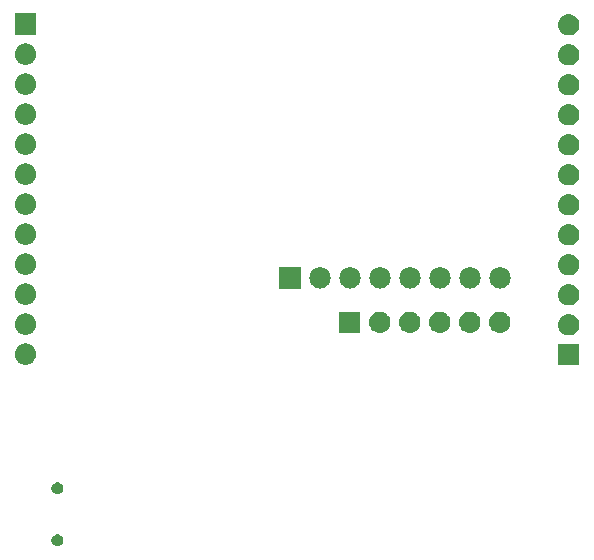
<source format=gbr>
G04 #@! TF.GenerationSoftware,KiCad,Pcbnew,(5.0.1-3-g963ef8bb5)*
G04 #@! TF.CreationDate,2018-11-25T15:30:40-05:00*
G04 #@! TF.ProjectId,fe310-dev,66653331302D6465762E6B696361645F,rev?*
G04 #@! TF.SameCoordinates,Original*
G04 #@! TF.FileFunction,Soldermask,Bot*
G04 #@! TF.FilePolarity,Negative*
%FSLAX46Y46*%
G04 Gerber Fmt 4.6, Leading zero omitted, Abs format (unit mm)*
G04 Created by KiCad (PCBNEW (5.0.1-3-g963ef8bb5)) date Sunday, November 25, 2018 at 03:30:40 PM*
%MOMM*%
%LPD*%
G01*
G04 APERTURE LIST*
%ADD10C,0.100000*%
G04 APERTURE END LIST*
D10*
G36*
X24846136Y-60218253D02*
X24937312Y-60256019D01*
X25019372Y-60310850D01*
X25089150Y-60380628D01*
X25143981Y-60462688D01*
X25181747Y-60553864D01*
X25201000Y-60650656D01*
X25201000Y-60749344D01*
X25181747Y-60846136D01*
X25143981Y-60937312D01*
X25089150Y-61019372D01*
X25019372Y-61089150D01*
X24937312Y-61143981D01*
X24846136Y-61181747D01*
X24749344Y-61201000D01*
X24650656Y-61201000D01*
X24553864Y-61181747D01*
X24462688Y-61143981D01*
X24380628Y-61089150D01*
X24310850Y-61019372D01*
X24256019Y-60937312D01*
X24218253Y-60846136D01*
X24199000Y-60749344D01*
X24199000Y-60650656D01*
X24218253Y-60553864D01*
X24256019Y-60462688D01*
X24310850Y-60380628D01*
X24380628Y-60310850D01*
X24462688Y-60256019D01*
X24553864Y-60218253D01*
X24650656Y-60199000D01*
X24749344Y-60199000D01*
X24846136Y-60218253D01*
X24846136Y-60218253D01*
G37*
G36*
X24846136Y-55818253D02*
X24937312Y-55856019D01*
X25019372Y-55910850D01*
X25089150Y-55980628D01*
X25143981Y-56062688D01*
X25181747Y-56153864D01*
X25201000Y-56250656D01*
X25201000Y-56349344D01*
X25181747Y-56446136D01*
X25143981Y-56537312D01*
X25089150Y-56619372D01*
X25019372Y-56689150D01*
X24937312Y-56743981D01*
X24846136Y-56781747D01*
X24749344Y-56801000D01*
X24650656Y-56801000D01*
X24553864Y-56781747D01*
X24462688Y-56743981D01*
X24380628Y-56689150D01*
X24310850Y-56619372D01*
X24256019Y-56537312D01*
X24218253Y-56446136D01*
X24199000Y-56349344D01*
X24199000Y-56250656D01*
X24218253Y-56153864D01*
X24256019Y-56062688D01*
X24310850Y-55980628D01*
X24380628Y-55910850D01*
X24462688Y-55856019D01*
X24553864Y-55818253D01*
X24650656Y-55799000D01*
X24749344Y-55799000D01*
X24846136Y-55818253D01*
X24846136Y-55818253D01*
G37*
G36*
X68901000Y-45901000D02*
X67099000Y-45901000D01*
X67099000Y-44099000D01*
X68901000Y-44099000D01*
X68901000Y-45901000D01*
X68901000Y-45901000D01*
G37*
G36*
X22110443Y-44045519D02*
X22176627Y-44052037D01*
X22289853Y-44086384D01*
X22346467Y-44103557D01*
X22485087Y-44177652D01*
X22502991Y-44187222D01*
X22538729Y-44216552D01*
X22640186Y-44299814D01*
X22723448Y-44401271D01*
X22752778Y-44437009D01*
X22752779Y-44437011D01*
X22836443Y-44593533D01*
X22836443Y-44593534D01*
X22887963Y-44763373D01*
X22905359Y-44940000D01*
X22887963Y-45116627D01*
X22853616Y-45229853D01*
X22836443Y-45286467D01*
X22762348Y-45425087D01*
X22752778Y-45442991D01*
X22723448Y-45478729D01*
X22640186Y-45580186D01*
X22538729Y-45663448D01*
X22502991Y-45692778D01*
X22502989Y-45692779D01*
X22346467Y-45776443D01*
X22289853Y-45793616D01*
X22176627Y-45827963D01*
X22110442Y-45834482D01*
X22044260Y-45841000D01*
X21955740Y-45841000D01*
X21889558Y-45834482D01*
X21823373Y-45827963D01*
X21710147Y-45793616D01*
X21653533Y-45776443D01*
X21497011Y-45692779D01*
X21497009Y-45692778D01*
X21461271Y-45663448D01*
X21359814Y-45580186D01*
X21276552Y-45478729D01*
X21247222Y-45442991D01*
X21237652Y-45425087D01*
X21163557Y-45286467D01*
X21146384Y-45229853D01*
X21112037Y-45116627D01*
X21094641Y-44940000D01*
X21112037Y-44763373D01*
X21163557Y-44593534D01*
X21163557Y-44593533D01*
X21247221Y-44437011D01*
X21247222Y-44437009D01*
X21276552Y-44401271D01*
X21359814Y-44299814D01*
X21461271Y-44216552D01*
X21497009Y-44187222D01*
X21514913Y-44177652D01*
X21653533Y-44103557D01*
X21710147Y-44086384D01*
X21823373Y-44052037D01*
X21889557Y-44045519D01*
X21955740Y-44039000D01*
X22044260Y-44039000D01*
X22110443Y-44045519D01*
X22110443Y-44045519D01*
G37*
G36*
X68090527Y-41563557D02*
X68176627Y-41572037D01*
X68289853Y-41606384D01*
X68346467Y-41623557D01*
X68390740Y-41647222D01*
X68502991Y-41707222D01*
X68538729Y-41736552D01*
X68640186Y-41819814D01*
X68703537Y-41897009D01*
X68752778Y-41957009D01*
X68752779Y-41957011D01*
X68836443Y-42113533D01*
X68836443Y-42113534D01*
X68887963Y-42283373D01*
X68905359Y-42460000D01*
X68887963Y-42636627D01*
X68854644Y-42746466D01*
X68836443Y-42806467D01*
X68784850Y-42902989D01*
X68752778Y-42962991D01*
X68723448Y-42998729D01*
X68640186Y-43100186D01*
X68538729Y-43183448D01*
X68502991Y-43212778D01*
X68502989Y-43212779D01*
X68346467Y-43296443D01*
X68331444Y-43301000D01*
X68176627Y-43347963D01*
X68110443Y-43354481D01*
X68044260Y-43361000D01*
X67955740Y-43361000D01*
X67889557Y-43354481D01*
X67823373Y-43347963D01*
X67668556Y-43301000D01*
X67653533Y-43296443D01*
X67497011Y-43212779D01*
X67497009Y-43212778D01*
X67461271Y-43183448D01*
X67359814Y-43100186D01*
X67276552Y-42998729D01*
X67247222Y-42962991D01*
X67215150Y-42902989D01*
X67163557Y-42806467D01*
X67145356Y-42746466D01*
X67112037Y-42636627D01*
X67094641Y-42460000D01*
X67112037Y-42283373D01*
X67163557Y-42113534D01*
X67163557Y-42113533D01*
X67247221Y-41957011D01*
X67247222Y-41957009D01*
X67296463Y-41897009D01*
X67359814Y-41819814D01*
X67461271Y-41736552D01*
X67497009Y-41707222D01*
X67609260Y-41647222D01*
X67653533Y-41623557D01*
X67710147Y-41606384D01*
X67823373Y-41572037D01*
X67909473Y-41563557D01*
X67955740Y-41559000D01*
X68044260Y-41559000D01*
X68090527Y-41563557D01*
X68090527Y-41563557D01*
G37*
G36*
X22110443Y-41505519D02*
X22176627Y-41512037D01*
X22289853Y-41546384D01*
X22346467Y-41563557D01*
X22433006Y-41609814D01*
X22502991Y-41647222D01*
X22538729Y-41676552D01*
X22640186Y-41759814D01*
X22723448Y-41861271D01*
X22752778Y-41897009D01*
X22752779Y-41897011D01*
X22836443Y-42053533D01*
X22836443Y-42053534D01*
X22887963Y-42223373D01*
X22905359Y-42400000D01*
X22887963Y-42576627D01*
X22869763Y-42636625D01*
X22836443Y-42746467D01*
X22804372Y-42806466D01*
X22752778Y-42902991D01*
X22723448Y-42938729D01*
X22640186Y-43040186D01*
X22538729Y-43123448D01*
X22502991Y-43152778D01*
X22502989Y-43152779D01*
X22346467Y-43236443D01*
X22289853Y-43253616D01*
X22176627Y-43287963D01*
X22110443Y-43294481D01*
X22044260Y-43301000D01*
X21955740Y-43301000D01*
X21889557Y-43294481D01*
X21823373Y-43287963D01*
X21710147Y-43253616D01*
X21653533Y-43236443D01*
X21497011Y-43152779D01*
X21497009Y-43152778D01*
X21461271Y-43123448D01*
X21359814Y-43040186D01*
X21276552Y-42938729D01*
X21247222Y-42902991D01*
X21195628Y-42806466D01*
X21163557Y-42746467D01*
X21130237Y-42636625D01*
X21112037Y-42576627D01*
X21094641Y-42400000D01*
X21112037Y-42223373D01*
X21163557Y-42053534D01*
X21163557Y-42053533D01*
X21247221Y-41897011D01*
X21247222Y-41897009D01*
X21276552Y-41861271D01*
X21359814Y-41759814D01*
X21461271Y-41676552D01*
X21497009Y-41647222D01*
X21566994Y-41609814D01*
X21653533Y-41563557D01*
X21710147Y-41546384D01*
X21823373Y-41512037D01*
X21889557Y-41505519D01*
X21955740Y-41499000D01*
X22044260Y-41499000D01*
X22110443Y-41505519D01*
X22110443Y-41505519D01*
G37*
G36*
X62260442Y-41355518D02*
X62326627Y-41362037D01*
X62439853Y-41396384D01*
X62496467Y-41413557D01*
X62635087Y-41487652D01*
X62652991Y-41497222D01*
X62655157Y-41499000D01*
X62790186Y-41609814D01*
X62870125Y-41707221D01*
X62902778Y-41747009D01*
X62902779Y-41747011D01*
X62986443Y-41903533D01*
X62986443Y-41903534D01*
X63037963Y-42073373D01*
X63055359Y-42250000D01*
X63037963Y-42426627D01*
X63027839Y-42460000D01*
X62986443Y-42596467D01*
X62912348Y-42735087D01*
X62902778Y-42752991D01*
X62873448Y-42788729D01*
X62790186Y-42890186D01*
X62688729Y-42973448D01*
X62652991Y-43002778D01*
X62652989Y-43002779D01*
X62496467Y-43086443D01*
X62439853Y-43103616D01*
X62326627Y-43137963D01*
X62260442Y-43144482D01*
X62194260Y-43151000D01*
X62105740Y-43151000D01*
X62039558Y-43144482D01*
X61973373Y-43137963D01*
X61860147Y-43103616D01*
X61803533Y-43086443D01*
X61647011Y-43002779D01*
X61647009Y-43002778D01*
X61611271Y-42973448D01*
X61509814Y-42890186D01*
X61426552Y-42788729D01*
X61397222Y-42752991D01*
X61387652Y-42735087D01*
X61313557Y-42596467D01*
X61272161Y-42460000D01*
X61262037Y-42426627D01*
X61244641Y-42250000D01*
X61262037Y-42073373D01*
X61313557Y-41903534D01*
X61313557Y-41903533D01*
X61397221Y-41747011D01*
X61397222Y-41747009D01*
X61429875Y-41707221D01*
X61509814Y-41609814D01*
X61644843Y-41499000D01*
X61647009Y-41497222D01*
X61664913Y-41487652D01*
X61803533Y-41413557D01*
X61860147Y-41396384D01*
X61973373Y-41362037D01*
X62039558Y-41355518D01*
X62105740Y-41349000D01*
X62194260Y-41349000D01*
X62260442Y-41355518D01*
X62260442Y-41355518D01*
G37*
G36*
X52100442Y-41355518D02*
X52166627Y-41362037D01*
X52279853Y-41396384D01*
X52336467Y-41413557D01*
X52475087Y-41487652D01*
X52492991Y-41497222D01*
X52495157Y-41499000D01*
X52630186Y-41609814D01*
X52710125Y-41707221D01*
X52742778Y-41747009D01*
X52742779Y-41747011D01*
X52826443Y-41903533D01*
X52826443Y-41903534D01*
X52877963Y-42073373D01*
X52895359Y-42250000D01*
X52877963Y-42426627D01*
X52867839Y-42460000D01*
X52826443Y-42596467D01*
X52752348Y-42735087D01*
X52742778Y-42752991D01*
X52713448Y-42788729D01*
X52630186Y-42890186D01*
X52528729Y-42973448D01*
X52492991Y-43002778D01*
X52492989Y-43002779D01*
X52336467Y-43086443D01*
X52279853Y-43103616D01*
X52166627Y-43137963D01*
X52100442Y-43144482D01*
X52034260Y-43151000D01*
X51945740Y-43151000D01*
X51879558Y-43144482D01*
X51813373Y-43137963D01*
X51700147Y-43103616D01*
X51643533Y-43086443D01*
X51487011Y-43002779D01*
X51487009Y-43002778D01*
X51451271Y-42973448D01*
X51349814Y-42890186D01*
X51266552Y-42788729D01*
X51237222Y-42752991D01*
X51227652Y-42735087D01*
X51153557Y-42596467D01*
X51112161Y-42460000D01*
X51102037Y-42426627D01*
X51084641Y-42250000D01*
X51102037Y-42073373D01*
X51153557Y-41903534D01*
X51153557Y-41903533D01*
X51237221Y-41747011D01*
X51237222Y-41747009D01*
X51269875Y-41707221D01*
X51349814Y-41609814D01*
X51484843Y-41499000D01*
X51487009Y-41497222D01*
X51504913Y-41487652D01*
X51643533Y-41413557D01*
X51700147Y-41396384D01*
X51813373Y-41362037D01*
X51879558Y-41355518D01*
X51945740Y-41349000D01*
X52034260Y-41349000D01*
X52100442Y-41355518D01*
X52100442Y-41355518D01*
G37*
G36*
X59720442Y-41355518D02*
X59786627Y-41362037D01*
X59899853Y-41396384D01*
X59956467Y-41413557D01*
X60095087Y-41487652D01*
X60112991Y-41497222D01*
X60115157Y-41499000D01*
X60250186Y-41609814D01*
X60330125Y-41707221D01*
X60362778Y-41747009D01*
X60362779Y-41747011D01*
X60446443Y-41903533D01*
X60446443Y-41903534D01*
X60497963Y-42073373D01*
X60515359Y-42250000D01*
X60497963Y-42426627D01*
X60487839Y-42460000D01*
X60446443Y-42596467D01*
X60372348Y-42735087D01*
X60362778Y-42752991D01*
X60333448Y-42788729D01*
X60250186Y-42890186D01*
X60148729Y-42973448D01*
X60112991Y-43002778D01*
X60112989Y-43002779D01*
X59956467Y-43086443D01*
X59899853Y-43103616D01*
X59786627Y-43137963D01*
X59720442Y-43144482D01*
X59654260Y-43151000D01*
X59565740Y-43151000D01*
X59499558Y-43144482D01*
X59433373Y-43137963D01*
X59320147Y-43103616D01*
X59263533Y-43086443D01*
X59107011Y-43002779D01*
X59107009Y-43002778D01*
X59071271Y-42973448D01*
X58969814Y-42890186D01*
X58886552Y-42788729D01*
X58857222Y-42752991D01*
X58847652Y-42735087D01*
X58773557Y-42596467D01*
X58732161Y-42460000D01*
X58722037Y-42426627D01*
X58704641Y-42250000D01*
X58722037Y-42073373D01*
X58773557Y-41903534D01*
X58773557Y-41903533D01*
X58857221Y-41747011D01*
X58857222Y-41747009D01*
X58889875Y-41707221D01*
X58969814Y-41609814D01*
X59104843Y-41499000D01*
X59107009Y-41497222D01*
X59124913Y-41487652D01*
X59263533Y-41413557D01*
X59320147Y-41396384D01*
X59433373Y-41362037D01*
X59499558Y-41355518D01*
X59565740Y-41349000D01*
X59654260Y-41349000D01*
X59720442Y-41355518D01*
X59720442Y-41355518D01*
G37*
G36*
X57180442Y-41355518D02*
X57246627Y-41362037D01*
X57359853Y-41396384D01*
X57416467Y-41413557D01*
X57555087Y-41487652D01*
X57572991Y-41497222D01*
X57575157Y-41499000D01*
X57710186Y-41609814D01*
X57790125Y-41707221D01*
X57822778Y-41747009D01*
X57822779Y-41747011D01*
X57906443Y-41903533D01*
X57906443Y-41903534D01*
X57957963Y-42073373D01*
X57975359Y-42250000D01*
X57957963Y-42426627D01*
X57947839Y-42460000D01*
X57906443Y-42596467D01*
X57832348Y-42735087D01*
X57822778Y-42752991D01*
X57793448Y-42788729D01*
X57710186Y-42890186D01*
X57608729Y-42973448D01*
X57572991Y-43002778D01*
X57572989Y-43002779D01*
X57416467Y-43086443D01*
X57359853Y-43103616D01*
X57246627Y-43137963D01*
X57180442Y-43144482D01*
X57114260Y-43151000D01*
X57025740Y-43151000D01*
X56959558Y-43144482D01*
X56893373Y-43137963D01*
X56780147Y-43103616D01*
X56723533Y-43086443D01*
X56567011Y-43002779D01*
X56567009Y-43002778D01*
X56531271Y-42973448D01*
X56429814Y-42890186D01*
X56346552Y-42788729D01*
X56317222Y-42752991D01*
X56307652Y-42735087D01*
X56233557Y-42596467D01*
X56192161Y-42460000D01*
X56182037Y-42426627D01*
X56164641Y-42250000D01*
X56182037Y-42073373D01*
X56233557Y-41903534D01*
X56233557Y-41903533D01*
X56317221Y-41747011D01*
X56317222Y-41747009D01*
X56349875Y-41707221D01*
X56429814Y-41609814D01*
X56564843Y-41499000D01*
X56567009Y-41497222D01*
X56584913Y-41487652D01*
X56723533Y-41413557D01*
X56780147Y-41396384D01*
X56893373Y-41362037D01*
X56959558Y-41355518D01*
X57025740Y-41349000D01*
X57114260Y-41349000D01*
X57180442Y-41355518D01*
X57180442Y-41355518D01*
G37*
G36*
X54640442Y-41355518D02*
X54706627Y-41362037D01*
X54819853Y-41396384D01*
X54876467Y-41413557D01*
X55015087Y-41487652D01*
X55032991Y-41497222D01*
X55035157Y-41499000D01*
X55170186Y-41609814D01*
X55250125Y-41707221D01*
X55282778Y-41747009D01*
X55282779Y-41747011D01*
X55366443Y-41903533D01*
X55366443Y-41903534D01*
X55417963Y-42073373D01*
X55435359Y-42250000D01*
X55417963Y-42426627D01*
X55407839Y-42460000D01*
X55366443Y-42596467D01*
X55292348Y-42735087D01*
X55282778Y-42752991D01*
X55253448Y-42788729D01*
X55170186Y-42890186D01*
X55068729Y-42973448D01*
X55032991Y-43002778D01*
X55032989Y-43002779D01*
X54876467Y-43086443D01*
X54819853Y-43103616D01*
X54706627Y-43137963D01*
X54640442Y-43144482D01*
X54574260Y-43151000D01*
X54485740Y-43151000D01*
X54419558Y-43144482D01*
X54353373Y-43137963D01*
X54240147Y-43103616D01*
X54183533Y-43086443D01*
X54027011Y-43002779D01*
X54027009Y-43002778D01*
X53991271Y-42973448D01*
X53889814Y-42890186D01*
X53806552Y-42788729D01*
X53777222Y-42752991D01*
X53767652Y-42735087D01*
X53693557Y-42596467D01*
X53652161Y-42460000D01*
X53642037Y-42426627D01*
X53624641Y-42250000D01*
X53642037Y-42073373D01*
X53693557Y-41903534D01*
X53693557Y-41903533D01*
X53777221Y-41747011D01*
X53777222Y-41747009D01*
X53809875Y-41707221D01*
X53889814Y-41609814D01*
X54024843Y-41499000D01*
X54027009Y-41497222D01*
X54044913Y-41487652D01*
X54183533Y-41413557D01*
X54240147Y-41396384D01*
X54353373Y-41362037D01*
X54419558Y-41355518D01*
X54485740Y-41349000D01*
X54574260Y-41349000D01*
X54640442Y-41355518D01*
X54640442Y-41355518D01*
G37*
G36*
X50351000Y-43151000D02*
X48549000Y-43151000D01*
X48549000Y-41349000D01*
X50351000Y-41349000D01*
X50351000Y-43151000D01*
X50351000Y-43151000D01*
G37*
G36*
X68090527Y-39023557D02*
X68176627Y-39032037D01*
X68289853Y-39066384D01*
X68346467Y-39083557D01*
X68390740Y-39107222D01*
X68502991Y-39167222D01*
X68538729Y-39196552D01*
X68640186Y-39279814D01*
X68703537Y-39357009D01*
X68752778Y-39417009D01*
X68752779Y-39417011D01*
X68836443Y-39573533D01*
X68836443Y-39573534D01*
X68887963Y-39743373D01*
X68905359Y-39920000D01*
X68887963Y-40096627D01*
X68854644Y-40206466D01*
X68836443Y-40266467D01*
X68784850Y-40362989D01*
X68752778Y-40422991D01*
X68723448Y-40458729D01*
X68640186Y-40560186D01*
X68538729Y-40643448D01*
X68502991Y-40672778D01*
X68502989Y-40672779D01*
X68346467Y-40756443D01*
X68331444Y-40761000D01*
X68176627Y-40807963D01*
X68110443Y-40814481D01*
X68044260Y-40821000D01*
X67955740Y-40821000D01*
X67889557Y-40814481D01*
X67823373Y-40807963D01*
X67668556Y-40761000D01*
X67653533Y-40756443D01*
X67497011Y-40672779D01*
X67497009Y-40672778D01*
X67461271Y-40643448D01*
X67359814Y-40560186D01*
X67276552Y-40458729D01*
X67247222Y-40422991D01*
X67215150Y-40362989D01*
X67163557Y-40266467D01*
X67145356Y-40206466D01*
X67112037Y-40096627D01*
X67094641Y-39920000D01*
X67112037Y-39743373D01*
X67163557Y-39573534D01*
X67163557Y-39573533D01*
X67247221Y-39417011D01*
X67247222Y-39417009D01*
X67296463Y-39357009D01*
X67359814Y-39279814D01*
X67461271Y-39196552D01*
X67497009Y-39167222D01*
X67609260Y-39107222D01*
X67653533Y-39083557D01*
X67710147Y-39066384D01*
X67823373Y-39032037D01*
X67909473Y-39023557D01*
X67955740Y-39019000D01*
X68044260Y-39019000D01*
X68090527Y-39023557D01*
X68090527Y-39023557D01*
G37*
G36*
X22110443Y-38965519D02*
X22176627Y-38972037D01*
X22278662Y-39002989D01*
X22346467Y-39023557D01*
X22458717Y-39083557D01*
X22502991Y-39107222D01*
X22538729Y-39136552D01*
X22640186Y-39219814D01*
X22723448Y-39321271D01*
X22752778Y-39357009D01*
X22752779Y-39357011D01*
X22836443Y-39513533D01*
X22836443Y-39513534D01*
X22887963Y-39683373D01*
X22905359Y-39860000D01*
X22887963Y-40036627D01*
X22869763Y-40096625D01*
X22836443Y-40206467D01*
X22804372Y-40266466D01*
X22752778Y-40362991D01*
X22723448Y-40398729D01*
X22640186Y-40500186D01*
X22538729Y-40583448D01*
X22502991Y-40612778D01*
X22502989Y-40612779D01*
X22346467Y-40696443D01*
X22289853Y-40713616D01*
X22176627Y-40747963D01*
X22110443Y-40754481D01*
X22044260Y-40761000D01*
X21955740Y-40761000D01*
X21889557Y-40754481D01*
X21823373Y-40747963D01*
X21710147Y-40713616D01*
X21653533Y-40696443D01*
X21497011Y-40612779D01*
X21497009Y-40612778D01*
X21461271Y-40583448D01*
X21359814Y-40500186D01*
X21276552Y-40398729D01*
X21247222Y-40362991D01*
X21195628Y-40266466D01*
X21163557Y-40206467D01*
X21130237Y-40096625D01*
X21112037Y-40036627D01*
X21094641Y-39860000D01*
X21112037Y-39683373D01*
X21163557Y-39513534D01*
X21163557Y-39513533D01*
X21247221Y-39357011D01*
X21247222Y-39357009D01*
X21276552Y-39321271D01*
X21359814Y-39219814D01*
X21461271Y-39136552D01*
X21497009Y-39107222D01*
X21541283Y-39083557D01*
X21653533Y-39023557D01*
X21721338Y-39002989D01*
X21823373Y-38972037D01*
X21889557Y-38965519D01*
X21955740Y-38959000D01*
X22044260Y-38959000D01*
X22110443Y-38965519D01*
X22110443Y-38965519D01*
G37*
G36*
X45301000Y-39401000D02*
X43499000Y-39401000D01*
X43499000Y-37599000D01*
X45301000Y-37599000D01*
X45301000Y-39401000D01*
X45301000Y-39401000D01*
G37*
G36*
X47050443Y-37605519D02*
X47116627Y-37612037D01*
X47229853Y-37646384D01*
X47286467Y-37663557D01*
X47425087Y-37737652D01*
X47442991Y-37747222D01*
X47478729Y-37776552D01*
X47580186Y-37859814D01*
X47662557Y-37960185D01*
X47692778Y-37997009D01*
X47692779Y-37997011D01*
X47776443Y-38153533D01*
X47792954Y-38207963D01*
X47827963Y-38323373D01*
X47845359Y-38500000D01*
X47827963Y-38676627D01*
X47793616Y-38789853D01*
X47776443Y-38846467D01*
X47716292Y-38959000D01*
X47692778Y-39002991D01*
X47675900Y-39023557D01*
X47580186Y-39140186D01*
X47483156Y-39219815D01*
X47442991Y-39252778D01*
X47442989Y-39252779D01*
X47286467Y-39336443D01*
X47229853Y-39353616D01*
X47116627Y-39387963D01*
X47050443Y-39394481D01*
X46984260Y-39401000D01*
X46895740Y-39401000D01*
X46829557Y-39394481D01*
X46763373Y-39387963D01*
X46650147Y-39353616D01*
X46593533Y-39336443D01*
X46437011Y-39252779D01*
X46437009Y-39252778D01*
X46396844Y-39219815D01*
X46299814Y-39140186D01*
X46204100Y-39023557D01*
X46187222Y-39002991D01*
X46163708Y-38959000D01*
X46103557Y-38846467D01*
X46086384Y-38789853D01*
X46052037Y-38676627D01*
X46034641Y-38500000D01*
X46052037Y-38323373D01*
X46087046Y-38207963D01*
X46103557Y-38153533D01*
X46187221Y-37997011D01*
X46187222Y-37997009D01*
X46217443Y-37960185D01*
X46299814Y-37859814D01*
X46401271Y-37776552D01*
X46437009Y-37747222D01*
X46454913Y-37737652D01*
X46593533Y-37663557D01*
X46650147Y-37646384D01*
X46763373Y-37612037D01*
X46829557Y-37605519D01*
X46895740Y-37599000D01*
X46984260Y-37599000D01*
X47050443Y-37605519D01*
X47050443Y-37605519D01*
G37*
G36*
X49590443Y-37605519D02*
X49656627Y-37612037D01*
X49769853Y-37646384D01*
X49826467Y-37663557D01*
X49965087Y-37737652D01*
X49982991Y-37747222D01*
X50018729Y-37776552D01*
X50120186Y-37859814D01*
X50202557Y-37960185D01*
X50232778Y-37997009D01*
X50232779Y-37997011D01*
X50316443Y-38153533D01*
X50332954Y-38207963D01*
X50367963Y-38323373D01*
X50385359Y-38500000D01*
X50367963Y-38676627D01*
X50333616Y-38789853D01*
X50316443Y-38846467D01*
X50256292Y-38959000D01*
X50232778Y-39002991D01*
X50215900Y-39023557D01*
X50120186Y-39140186D01*
X50023156Y-39219815D01*
X49982991Y-39252778D01*
X49982989Y-39252779D01*
X49826467Y-39336443D01*
X49769853Y-39353616D01*
X49656627Y-39387963D01*
X49590443Y-39394481D01*
X49524260Y-39401000D01*
X49435740Y-39401000D01*
X49369557Y-39394481D01*
X49303373Y-39387963D01*
X49190147Y-39353616D01*
X49133533Y-39336443D01*
X48977011Y-39252779D01*
X48977009Y-39252778D01*
X48936844Y-39219815D01*
X48839814Y-39140186D01*
X48744100Y-39023557D01*
X48727222Y-39002991D01*
X48703708Y-38959000D01*
X48643557Y-38846467D01*
X48626384Y-38789853D01*
X48592037Y-38676627D01*
X48574641Y-38500000D01*
X48592037Y-38323373D01*
X48627046Y-38207963D01*
X48643557Y-38153533D01*
X48727221Y-37997011D01*
X48727222Y-37997009D01*
X48757443Y-37960185D01*
X48839814Y-37859814D01*
X48941271Y-37776552D01*
X48977009Y-37747222D01*
X48994913Y-37737652D01*
X49133533Y-37663557D01*
X49190147Y-37646384D01*
X49303373Y-37612037D01*
X49369557Y-37605519D01*
X49435740Y-37599000D01*
X49524260Y-37599000D01*
X49590443Y-37605519D01*
X49590443Y-37605519D01*
G37*
G36*
X52130443Y-37605519D02*
X52196627Y-37612037D01*
X52309853Y-37646384D01*
X52366467Y-37663557D01*
X52505087Y-37737652D01*
X52522991Y-37747222D01*
X52558729Y-37776552D01*
X52660186Y-37859814D01*
X52742557Y-37960185D01*
X52772778Y-37997009D01*
X52772779Y-37997011D01*
X52856443Y-38153533D01*
X52872954Y-38207963D01*
X52907963Y-38323373D01*
X52925359Y-38500000D01*
X52907963Y-38676627D01*
X52873616Y-38789853D01*
X52856443Y-38846467D01*
X52796292Y-38959000D01*
X52772778Y-39002991D01*
X52755900Y-39023557D01*
X52660186Y-39140186D01*
X52563156Y-39219815D01*
X52522991Y-39252778D01*
X52522989Y-39252779D01*
X52366467Y-39336443D01*
X52309853Y-39353616D01*
X52196627Y-39387963D01*
X52130443Y-39394481D01*
X52064260Y-39401000D01*
X51975740Y-39401000D01*
X51909557Y-39394481D01*
X51843373Y-39387963D01*
X51730147Y-39353616D01*
X51673533Y-39336443D01*
X51517011Y-39252779D01*
X51517009Y-39252778D01*
X51476844Y-39219815D01*
X51379814Y-39140186D01*
X51284100Y-39023557D01*
X51267222Y-39002991D01*
X51243708Y-38959000D01*
X51183557Y-38846467D01*
X51166384Y-38789853D01*
X51132037Y-38676627D01*
X51114641Y-38500000D01*
X51132037Y-38323373D01*
X51167046Y-38207963D01*
X51183557Y-38153533D01*
X51267221Y-37997011D01*
X51267222Y-37997009D01*
X51297443Y-37960185D01*
X51379814Y-37859814D01*
X51481271Y-37776552D01*
X51517009Y-37747222D01*
X51534913Y-37737652D01*
X51673533Y-37663557D01*
X51730147Y-37646384D01*
X51843373Y-37612037D01*
X51909557Y-37605519D01*
X51975740Y-37599000D01*
X52064260Y-37599000D01*
X52130443Y-37605519D01*
X52130443Y-37605519D01*
G37*
G36*
X54670443Y-37605519D02*
X54736627Y-37612037D01*
X54849853Y-37646384D01*
X54906467Y-37663557D01*
X55045087Y-37737652D01*
X55062991Y-37747222D01*
X55098729Y-37776552D01*
X55200186Y-37859814D01*
X55282557Y-37960185D01*
X55312778Y-37997009D01*
X55312779Y-37997011D01*
X55396443Y-38153533D01*
X55412954Y-38207963D01*
X55447963Y-38323373D01*
X55465359Y-38500000D01*
X55447963Y-38676627D01*
X55413616Y-38789853D01*
X55396443Y-38846467D01*
X55336292Y-38959000D01*
X55312778Y-39002991D01*
X55295900Y-39023557D01*
X55200186Y-39140186D01*
X55103156Y-39219815D01*
X55062991Y-39252778D01*
X55062989Y-39252779D01*
X54906467Y-39336443D01*
X54849853Y-39353616D01*
X54736627Y-39387963D01*
X54670443Y-39394481D01*
X54604260Y-39401000D01*
X54515740Y-39401000D01*
X54449557Y-39394481D01*
X54383373Y-39387963D01*
X54270147Y-39353616D01*
X54213533Y-39336443D01*
X54057011Y-39252779D01*
X54057009Y-39252778D01*
X54016844Y-39219815D01*
X53919814Y-39140186D01*
X53824100Y-39023557D01*
X53807222Y-39002991D01*
X53783708Y-38959000D01*
X53723557Y-38846467D01*
X53706384Y-38789853D01*
X53672037Y-38676627D01*
X53654641Y-38500000D01*
X53672037Y-38323373D01*
X53707046Y-38207963D01*
X53723557Y-38153533D01*
X53807221Y-37997011D01*
X53807222Y-37997009D01*
X53837443Y-37960185D01*
X53919814Y-37859814D01*
X54021271Y-37776552D01*
X54057009Y-37747222D01*
X54074913Y-37737652D01*
X54213533Y-37663557D01*
X54270147Y-37646384D01*
X54383373Y-37612037D01*
X54449557Y-37605519D01*
X54515740Y-37599000D01*
X54604260Y-37599000D01*
X54670443Y-37605519D01*
X54670443Y-37605519D01*
G37*
G36*
X57210443Y-37605519D02*
X57276627Y-37612037D01*
X57389853Y-37646384D01*
X57446467Y-37663557D01*
X57585087Y-37737652D01*
X57602991Y-37747222D01*
X57638729Y-37776552D01*
X57740186Y-37859814D01*
X57822557Y-37960185D01*
X57852778Y-37997009D01*
X57852779Y-37997011D01*
X57936443Y-38153533D01*
X57952954Y-38207963D01*
X57987963Y-38323373D01*
X58005359Y-38500000D01*
X57987963Y-38676627D01*
X57953616Y-38789853D01*
X57936443Y-38846467D01*
X57876292Y-38959000D01*
X57852778Y-39002991D01*
X57835900Y-39023557D01*
X57740186Y-39140186D01*
X57643156Y-39219815D01*
X57602991Y-39252778D01*
X57602989Y-39252779D01*
X57446467Y-39336443D01*
X57389853Y-39353616D01*
X57276627Y-39387963D01*
X57210443Y-39394481D01*
X57144260Y-39401000D01*
X57055740Y-39401000D01*
X56989557Y-39394481D01*
X56923373Y-39387963D01*
X56810147Y-39353616D01*
X56753533Y-39336443D01*
X56597011Y-39252779D01*
X56597009Y-39252778D01*
X56556844Y-39219815D01*
X56459814Y-39140186D01*
X56364100Y-39023557D01*
X56347222Y-39002991D01*
X56323708Y-38959000D01*
X56263557Y-38846467D01*
X56246384Y-38789853D01*
X56212037Y-38676627D01*
X56194641Y-38500000D01*
X56212037Y-38323373D01*
X56247046Y-38207963D01*
X56263557Y-38153533D01*
X56347221Y-37997011D01*
X56347222Y-37997009D01*
X56377443Y-37960185D01*
X56459814Y-37859814D01*
X56561271Y-37776552D01*
X56597009Y-37747222D01*
X56614913Y-37737652D01*
X56753533Y-37663557D01*
X56810147Y-37646384D01*
X56923373Y-37612037D01*
X56989557Y-37605519D01*
X57055740Y-37599000D01*
X57144260Y-37599000D01*
X57210443Y-37605519D01*
X57210443Y-37605519D01*
G37*
G36*
X59750443Y-37605519D02*
X59816627Y-37612037D01*
X59929853Y-37646384D01*
X59986467Y-37663557D01*
X60125087Y-37737652D01*
X60142991Y-37747222D01*
X60178729Y-37776552D01*
X60280186Y-37859814D01*
X60362557Y-37960185D01*
X60392778Y-37997009D01*
X60392779Y-37997011D01*
X60476443Y-38153533D01*
X60492954Y-38207963D01*
X60527963Y-38323373D01*
X60545359Y-38500000D01*
X60527963Y-38676627D01*
X60493616Y-38789853D01*
X60476443Y-38846467D01*
X60416292Y-38959000D01*
X60392778Y-39002991D01*
X60375900Y-39023557D01*
X60280186Y-39140186D01*
X60183156Y-39219815D01*
X60142991Y-39252778D01*
X60142989Y-39252779D01*
X59986467Y-39336443D01*
X59929853Y-39353616D01*
X59816627Y-39387963D01*
X59750443Y-39394481D01*
X59684260Y-39401000D01*
X59595740Y-39401000D01*
X59529557Y-39394481D01*
X59463373Y-39387963D01*
X59350147Y-39353616D01*
X59293533Y-39336443D01*
X59137011Y-39252779D01*
X59137009Y-39252778D01*
X59096844Y-39219815D01*
X58999814Y-39140186D01*
X58904100Y-39023557D01*
X58887222Y-39002991D01*
X58863708Y-38959000D01*
X58803557Y-38846467D01*
X58786384Y-38789853D01*
X58752037Y-38676627D01*
X58734641Y-38500000D01*
X58752037Y-38323373D01*
X58787046Y-38207963D01*
X58803557Y-38153533D01*
X58887221Y-37997011D01*
X58887222Y-37997009D01*
X58917443Y-37960185D01*
X58999814Y-37859814D01*
X59101271Y-37776552D01*
X59137009Y-37747222D01*
X59154913Y-37737652D01*
X59293533Y-37663557D01*
X59350147Y-37646384D01*
X59463373Y-37612037D01*
X59529557Y-37605519D01*
X59595740Y-37599000D01*
X59684260Y-37599000D01*
X59750443Y-37605519D01*
X59750443Y-37605519D01*
G37*
G36*
X62290443Y-37605519D02*
X62356627Y-37612037D01*
X62469853Y-37646384D01*
X62526467Y-37663557D01*
X62665087Y-37737652D01*
X62682991Y-37747222D01*
X62718729Y-37776552D01*
X62820186Y-37859814D01*
X62902557Y-37960185D01*
X62932778Y-37997009D01*
X62932779Y-37997011D01*
X63016443Y-38153533D01*
X63032954Y-38207963D01*
X63067963Y-38323373D01*
X63085359Y-38500000D01*
X63067963Y-38676627D01*
X63033616Y-38789853D01*
X63016443Y-38846467D01*
X62956292Y-38959000D01*
X62932778Y-39002991D01*
X62915900Y-39023557D01*
X62820186Y-39140186D01*
X62723156Y-39219815D01*
X62682991Y-39252778D01*
X62682989Y-39252779D01*
X62526467Y-39336443D01*
X62469853Y-39353616D01*
X62356627Y-39387963D01*
X62290443Y-39394481D01*
X62224260Y-39401000D01*
X62135740Y-39401000D01*
X62069557Y-39394481D01*
X62003373Y-39387963D01*
X61890147Y-39353616D01*
X61833533Y-39336443D01*
X61677011Y-39252779D01*
X61677009Y-39252778D01*
X61636844Y-39219815D01*
X61539814Y-39140186D01*
X61444100Y-39023557D01*
X61427222Y-39002991D01*
X61403708Y-38959000D01*
X61343557Y-38846467D01*
X61326384Y-38789853D01*
X61292037Y-38676627D01*
X61274641Y-38500000D01*
X61292037Y-38323373D01*
X61327046Y-38207963D01*
X61343557Y-38153533D01*
X61427221Y-37997011D01*
X61427222Y-37997009D01*
X61457443Y-37960185D01*
X61539814Y-37859814D01*
X61641271Y-37776552D01*
X61677009Y-37747222D01*
X61694913Y-37737652D01*
X61833533Y-37663557D01*
X61890147Y-37646384D01*
X62003373Y-37612037D01*
X62069557Y-37605519D01*
X62135740Y-37599000D01*
X62224260Y-37599000D01*
X62290443Y-37605519D01*
X62290443Y-37605519D01*
G37*
G36*
X68090527Y-36483557D02*
X68176627Y-36492037D01*
X68289853Y-36526384D01*
X68346467Y-36543557D01*
X68390740Y-36567222D01*
X68502991Y-36627222D01*
X68538729Y-36656552D01*
X68640186Y-36739814D01*
X68703537Y-36817009D01*
X68752778Y-36877009D01*
X68752779Y-36877011D01*
X68836443Y-37033533D01*
X68836443Y-37033534D01*
X68887963Y-37203373D01*
X68905359Y-37380000D01*
X68887963Y-37556627D01*
X68855526Y-37663557D01*
X68836443Y-37726467D01*
X68825349Y-37747222D01*
X68752778Y-37882991D01*
X68723448Y-37918729D01*
X68640186Y-38020186D01*
X68538729Y-38103448D01*
X68502991Y-38132778D01*
X68502989Y-38132779D01*
X68346467Y-38216443D01*
X68331444Y-38221000D01*
X68176627Y-38267963D01*
X68110443Y-38274481D01*
X68044260Y-38281000D01*
X67955740Y-38281000D01*
X67889557Y-38274481D01*
X67823373Y-38267963D01*
X67668556Y-38221000D01*
X67653533Y-38216443D01*
X67497011Y-38132779D01*
X67497009Y-38132778D01*
X67461271Y-38103448D01*
X67359814Y-38020186D01*
X67276552Y-37918729D01*
X67247222Y-37882991D01*
X67174651Y-37747222D01*
X67163557Y-37726467D01*
X67144474Y-37663557D01*
X67112037Y-37556627D01*
X67094641Y-37380000D01*
X67112037Y-37203373D01*
X67163557Y-37033534D01*
X67163557Y-37033533D01*
X67247221Y-36877011D01*
X67247222Y-36877009D01*
X67296463Y-36817009D01*
X67359814Y-36739814D01*
X67461271Y-36656552D01*
X67497009Y-36627222D01*
X67609260Y-36567222D01*
X67653533Y-36543557D01*
X67710147Y-36526384D01*
X67823373Y-36492037D01*
X67909473Y-36483557D01*
X67955740Y-36479000D01*
X68044260Y-36479000D01*
X68090527Y-36483557D01*
X68090527Y-36483557D01*
G37*
G36*
X22110443Y-36425519D02*
X22176627Y-36432037D01*
X22289853Y-36466384D01*
X22346467Y-36483557D01*
X22458717Y-36543557D01*
X22502991Y-36567222D01*
X22538729Y-36596552D01*
X22640186Y-36679814D01*
X22723448Y-36781271D01*
X22752778Y-36817009D01*
X22752779Y-36817011D01*
X22836443Y-36973533D01*
X22836443Y-36973534D01*
X22887963Y-37143373D01*
X22905359Y-37320000D01*
X22887963Y-37496627D01*
X22853616Y-37609853D01*
X22836443Y-37666467D01*
X22804372Y-37726466D01*
X22752778Y-37822991D01*
X22723448Y-37858729D01*
X22640186Y-37960186D01*
X22538729Y-38043448D01*
X22502991Y-38072778D01*
X22502989Y-38072779D01*
X22346467Y-38156443D01*
X22289853Y-38173616D01*
X22176627Y-38207963D01*
X22110443Y-38214481D01*
X22044260Y-38221000D01*
X21955740Y-38221000D01*
X21889557Y-38214481D01*
X21823373Y-38207963D01*
X21710147Y-38173616D01*
X21653533Y-38156443D01*
X21497011Y-38072779D01*
X21497009Y-38072778D01*
X21461271Y-38043448D01*
X21359814Y-37960186D01*
X21276552Y-37858729D01*
X21247222Y-37822991D01*
X21195628Y-37726466D01*
X21163557Y-37666467D01*
X21146384Y-37609853D01*
X21112037Y-37496627D01*
X21094641Y-37320000D01*
X21112037Y-37143373D01*
X21163557Y-36973534D01*
X21163557Y-36973533D01*
X21247221Y-36817011D01*
X21247222Y-36817009D01*
X21276552Y-36781271D01*
X21359814Y-36679814D01*
X21461271Y-36596552D01*
X21497009Y-36567222D01*
X21541283Y-36543557D01*
X21653533Y-36483557D01*
X21710147Y-36466384D01*
X21823373Y-36432037D01*
X21889557Y-36425519D01*
X21955740Y-36419000D01*
X22044260Y-36419000D01*
X22110443Y-36425519D01*
X22110443Y-36425519D01*
G37*
G36*
X68090527Y-33943557D02*
X68176627Y-33952037D01*
X68289853Y-33986384D01*
X68346467Y-34003557D01*
X68390740Y-34027222D01*
X68502991Y-34087222D01*
X68538729Y-34116552D01*
X68640186Y-34199814D01*
X68703537Y-34277009D01*
X68752778Y-34337009D01*
X68752779Y-34337011D01*
X68836443Y-34493533D01*
X68836443Y-34493534D01*
X68887963Y-34663373D01*
X68905359Y-34840000D01*
X68887963Y-35016627D01*
X68854644Y-35126466D01*
X68836443Y-35186467D01*
X68784850Y-35282989D01*
X68752778Y-35342991D01*
X68723448Y-35378729D01*
X68640186Y-35480186D01*
X68538729Y-35563448D01*
X68502991Y-35592778D01*
X68502989Y-35592779D01*
X68346467Y-35676443D01*
X68331444Y-35681000D01*
X68176627Y-35727963D01*
X68110443Y-35734481D01*
X68044260Y-35741000D01*
X67955740Y-35741000D01*
X67889557Y-35734481D01*
X67823373Y-35727963D01*
X67668556Y-35681000D01*
X67653533Y-35676443D01*
X67497011Y-35592779D01*
X67497009Y-35592778D01*
X67461271Y-35563448D01*
X67359814Y-35480186D01*
X67276552Y-35378729D01*
X67247222Y-35342991D01*
X67215150Y-35282989D01*
X67163557Y-35186467D01*
X67145356Y-35126466D01*
X67112037Y-35016627D01*
X67094641Y-34840000D01*
X67112037Y-34663373D01*
X67163557Y-34493534D01*
X67163557Y-34493533D01*
X67247221Y-34337011D01*
X67247222Y-34337009D01*
X67296463Y-34277009D01*
X67359814Y-34199814D01*
X67461271Y-34116552D01*
X67497009Y-34087222D01*
X67609260Y-34027222D01*
X67653533Y-34003557D01*
X67710147Y-33986384D01*
X67823373Y-33952037D01*
X67909473Y-33943557D01*
X67955740Y-33939000D01*
X68044260Y-33939000D01*
X68090527Y-33943557D01*
X68090527Y-33943557D01*
G37*
G36*
X22110442Y-33885518D02*
X22176627Y-33892037D01*
X22289853Y-33926384D01*
X22346467Y-33943557D01*
X22458717Y-34003557D01*
X22502991Y-34027222D01*
X22538729Y-34056552D01*
X22640186Y-34139814D01*
X22723448Y-34241271D01*
X22752778Y-34277009D01*
X22752779Y-34277011D01*
X22836443Y-34433533D01*
X22836443Y-34433534D01*
X22887963Y-34603373D01*
X22905359Y-34780000D01*
X22887963Y-34956627D01*
X22869763Y-35016625D01*
X22836443Y-35126467D01*
X22804372Y-35186466D01*
X22752778Y-35282991D01*
X22723448Y-35318729D01*
X22640186Y-35420186D01*
X22538729Y-35503448D01*
X22502991Y-35532778D01*
X22502989Y-35532779D01*
X22346467Y-35616443D01*
X22289853Y-35633616D01*
X22176627Y-35667963D01*
X22110443Y-35674481D01*
X22044260Y-35681000D01*
X21955740Y-35681000D01*
X21889557Y-35674481D01*
X21823373Y-35667963D01*
X21710147Y-35633616D01*
X21653533Y-35616443D01*
X21497011Y-35532779D01*
X21497009Y-35532778D01*
X21461271Y-35503448D01*
X21359814Y-35420186D01*
X21276552Y-35318729D01*
X21247222Y-35282991D01*
X21195628Y-35186466D01*
X21163557Y-35126467D01*
X21130237Y-35016625D01*
X21112037Y-34956627D01*
X21094641Y-34780000D01*
X21112037Y-34603373D01*
X21163557Y-34433534D01*
X21163557Y-34433533D01*
X21247221Y-34277011D01*
X21247222Y-34277009D01*
X21276552Y-34241271D01*
X21359814Y-34139814D01*
X21461271Y-34056552D01*
X21497009Y-34027222D01*
X21541283Y-34003557D01*
X21653533Y-33943557D01*
X21710147Y-33926384D01*
X21823373Y-33892037D01*
X21889558Y-33885518D01*
X21955740Y-33879000D01*
X22044260Y-33879000D01*
X22110442Y-33885518D01*
X22110442Y-33885518D01*
G37*
G36*
X68090527Y-31403557D02*
X68176627Y-31412037D01*
X68289853Y-31446384D01*
X68346467Y-31463557D01*
X68390740Y-31487222D01*
X68502991Y-31547222D01*
X68538729Y-31576552D01*
X68640186Y-31659814D01*
X68703537Y-31737009D01*
X68752778Y-31797009D01*
X68752779Y-31797011D01*
X68836443Y-31953533D01*
X68836443Y-31953534D01*
X68887963Y-32123373D01*
X68905359Y-32300000D01*
X68887963Y-32476627D01*
X68854644Y-32586466D01*
X68836443Y-32646467D01*
X68784850Y-32742989D01*
X68752778Y-32802991D01*
X68723448Y-32838729D01*
X68640186Y-32940186D01*
X68538729Y-33023448D01*
X68502991Y-33052778D01*
X68502989Y-33052779D01*
X68346467Y-33136443D01*
X68331444Y-33141000D01*
X68176627Y-33187963D01*
X68110443Y-33194481D01*
X68044260Y-33201000D01*
X67955740Y-33201000D01*
X67889557Y-33194481D01*
X67823373Y-33187963D01*
X67668556Y-33141000D01*
X67653533Y-33136443D01*
X67497011Y-33052779D01*
X67497009Y-33052778D01*
X67461271Y-33023448D01*
X67359814Y-32940186D01*
X67276552Y-32838729D01*
X67247222Y-32802991D01*
X67215150Y-32742989D01*
X67163557Y-32646467D01*
X67145356Y-32586466D01*
X67112037Y-32476627D01*
X67094641Y-32300000D01*
X67112037Y-32123373D01*
X67163557Y-31953534D01*
X67163557Y-31953533D01*
X67247221Y-31797011D01*
X67247222Y-31797009D01*
X67296463Y-31737009D01*
X67359814Y-31659814D01*
X67461271Y-31576552D01*
X67497009Y-31547222D01*
X67609260Y-31487222D01*
X67653533Y-31463557D01*
X67710147Y-31446384D01*
X67823373Y-31412037D01*
X67909473Y-31403557D01*
X67955740Y-31399000D01*
X68044260Y-31399000D01*
X68090527Y-31403557D01*
X68090527Y-31403557D01*
G37*
G36*
X22110443Y-31345519D02*
X22176627Y-31352037D01*
X22289853Y-31386384D01*
X22346467Y-31403557D01*
X22458717Y-31463557D01*
X22502991Y-31487222D01*
X22538729Y-31516552D01*
X22640186Y-31599814D01*
X22723448Y-31701271D01*
X22752778Y-31737009D01*
X22752779Y-31737011D01*
X22836443Y-31893533D01*
X22836443Y-31893534D01*
X22887963Y-32063373D01*
X22905359Y-32240000D01*
X22887963Y-32416627D01*
X22869763Y-32476625D01*
X22836443Y-32586467D01*
X22804372Y-32646466D01*
X22752778Y-32742991D01*
X22723448Y-32778729D01*
X22640186Y-32880186D01*
X22538729Y-32963448D01*
X22502991Y-32992778D01*
X22502989Y-32992779D01*
X22346467Y-33076443D01*
X22289853Y-33093616D01*
X22176627Y-33127963D01*
X22110443Y-33134481D01*
X22044260Y-33141000D01*
X21955740Y-33141000D01*
X21889557Y-33134481D01*
X21823373Y-33127963D01*
X21710147Y-33093616D01*
X21653533Y-33076443D01*
X21497011Y-32992779D01*
X21497009Y-32992778D01*
X21461271Y-32963448D01*
X21359814Y-32880186D01*
X21276552Y-32778729D01*
X21247222Y-32742991D01*
X21195628Y-32646466D01*
X21163557Y-32586467D01*
X21130237Y-32476625D01*
X21112037Y-32416627D01*
X21094641Y-32240000D01*
X21112037Y-32063373D01*
X21163557Y-31893534D01*
X21163557Y-31893533D01*
X21247221Y-31737011D01*
X21247222Y-31737009D01*
X21276552Y-31701271D01*
X21359814Y-31599814D01*
X21461271Y-31516552D01*
X21497009Y-31487222D01*
X21541283Y-31463557D01*
X21653533Y-31403557D01*
X21710147Y-31386384D01*
X21823373Y-31352037D01*
X21889557Y-31345519D01*
X21955740Y-31339000D01*
X22044260Y-31339000D01*
X22110443Y-31345519D01*
X22110443Y-31345519D01*
G37*
G36*
X68090527Y-28863557D02*
X68176627Y-28872037D01*
X68289853Y-28906384D01*
X68346467Y-28923557D01*
X68390740Y-28947222D01*
X68502991Y-29007222D01*
X68538729Y-29036552D01*
X68640186Y-29119814D01*
X68703537Y-29197009D01*
X68752778Y-29257009D01*
X68752779Y-29257011D01*
X68836443Y-29413533D01*
X68836443Y-29413534D01*
X68887963Y-29583373D01*
X68905359Y-29760000D01*
X68887963Y-29936627D01*
X68854644Y-30046466D01*
X68836443Y-30106467D01*
X68784850Y-30202989D01*
X68752778Y-30262991D01*
X68723448Y-30298729D01*
X68640186Y-30400186D01*
X68538729Y-30483448D01*
X68502991Y-30512778D01*
X68502989Y-30512779D01*
X68346467Y-30596443D01*
X68331444Y-30601000D01*
X68176627Y-30647963D01*
X68110442Y-30654482D01*
X68044260Y-30661000D01*
X67955740Y-30661000D01*
X67889558Y-30654482D01*
X67823373Y-30647963D01*
X67668556Y-30601000D01*
X67653533Y-30596443D01*
X67497011Y-30512779D01*
X67497009Y-30512778D01*
X67461271Y-30483448D01*
X67359814Y-30400186D01*
X67276552Y-30298729D01*
X67247222Y-30262991D01*
X67215150Y-30202989D01*
X67163557Y-30106467D01*
X67145356Y-30046466D01*
X67112037Y-29936627D01*
X67094641Y-29760000D01*
X67112037Y-29583373D01*
X67163557Y-29413534D01*
X67163557Y-29413533D01*
X67247221Y-29257011D01*
X67247222Y-29257009D01*
X67296463Y-29197009D01*
X67359814Y-29119814D01*
X67461271Y-29036552D01*
X67497009Y-29007222D01*
X67609260Y-28947222D01*
X67653533Y-28923557D01*
X67710147Y-28906384D01*
X67823373Y-28872037D01*
X67909473Y-28863557D01*
X67955740Y-28859000D01*
X68044260Y-28859000D01*
X68090527Y-28863557D01*
X68090527Y-28863557D01*
G37*
G36*
X22110442Y-28805518D02*
X22176627Y-28812037D01*
X22289853Y-28846384D01*
X22346467Y-28863557D01*
X22458717Y-28923557D01*
X22502991Y-28947222D01*
X22538729Y-28976552D01*
X22640186Y-29059814D01*
X22723448Y-29161271D01*
X22752778Y-29197009D01*
X22752779Y-29197011D01*
X22836443Y-29353533D01*
X22836443Y-29353534D01*
X22887963Y-29523373D01*
X22905359Y-29700000D01*
X22887963Y-29876627D01*
X22869763Y-29936625D01*
X22836443Y-30046467D01*
X22804372Y-30106466D01*
X22752778Y-30202991D01*
X22723448Y-30238729D01*
X22640186Y-30340186D01*
X22538729Y-30423448D01*
X22502991Y-30452778D01*
X22502989Y-30452779D01*
X22346467Y-30536443D01*
X22289853Y-30553616D01*
X22176627Y-30587963D01*
X22110443Y-30594481D01*
X22044260Y-30601000D01*
X21955740Y-30601000D01*
X21889557Y-30594481D01*
X21823373Y-30587963D01*
X21710147Y-30553616D01*
X21653533Y-30536443D01*
X21497011Y-30452779D01*
X21497009Y-30452778D01*
X21461271Y-30423448D01*
X21359814Y-30340186D01*
X21276552Y-30238729D01*
X21247222Y-30202991D01*
X21195628Y-30106466D01*
X21163557Y-30046467D01*
X21130237Y-29936625D01*
X21112037Y-29876627D01*
X21094641Y-29700000D01*
X21112037Y-29523373D01*
X21163557Y-29353534D01*
X21163557Y-29353533D01*
X21247221Y-29197011D01*
X21247222Y-29197009D01*
X21276552Y-29161271D01*
X21359814Y-29059814D01*
X21461271Y-28976552D01*
X21497009Y-28947222D01*
X21541283Y-28923557D01*
X21653533Y-28863557D01*
X21710147Y-28846384D01*
X21823373Y-28812037D01*
X21889558Y-28805518D01*
X21955740Y-28799000D01*
X22044260Y-28799000D01*
X22110442Y-28805518D01*
X22110442Y-28805518D01*
G37*
G36*
X68090527Y-26323557D02*
X68176627Y-26332037D01*
X68289853Y-26366384D01*
X68346467Y-26383557D01*
X68390740Y-26407222D01*
X68502991Y-26467222D01*
X68538729Y-26496552D01*
X68640186Y-26579814D01*
X68703537Y-26657009D01*
X68752778Y-26717009D01*
X68752779Y-26717011D01*
X68836443Y-26873533D01*
X68836443Y-26873534D01*
X68887963Y-27043373D01*
X68905359Y-27220000D01*
X68887963Y-27396627D01*
X68854644Y-27506466D01*
X68836443Y-27566467D01*
X68784850Y-27662989D01*
X68752778Y-27722991D01*
X68723448Y-27758729D01*
X68640186Y-27860186D01*
X68538729Y-27943448D01*
X68502991Y-27972778D01*
X68502989Y-27972779D01*
X68346467Y-28056443D01*
X68331444Y-28061000D01*
X68176627Y-28107963D01*
X68110443Y-28114481D01*
X68044260Y-28121000D01*
X67955740Y-28121000D01*
X67889557Y-28114481D01*
X67823373Y-28107963D01*
X67668556Y-28061000D01*
X67653533Y-28056443D01*
X67497011Y-27972779D01*
X67497009Y-27972778D01*
X67461271Y-27943448D01*
X67359814Y-27860186D01*
X67276552Y-27758729D01*
X67247222Y-27722991D01*
X67215150Y-27662989D01*
X67163557Y-27566467D01*
X67145356Y-27506466D01*
X67112037Y-27396627D01*
X67094641Y-27220000D01*
X67112037Y-27043373D01*
X67163557Y-26873534D01*
X67163557Y-26873533D01*
X67247221Y-26717011D01*
X67247222Y-26717009D01*
X67296463Y-26657009D01*
X67359814Y-26579814D01*
X67461271Y-26496552D01*
X67497009Y-26467222D01*
X67609260Y-26407222D01*
X67653533Y-26383557D01*
X67710147Y-26366384D01*
X67823373Y-26332037D01*
X67909473Y-26323557D01*
X67955740Y-26319000D01*
X68044260Y-26319000D01*
X68090527Y-26323557D01*
X68090527Y-26323557D01*
G37*
G36*
X22110443Y-26265519D02*
X22176627Y-26272037D01*
X22289853Y-26306384D01*
X22346467Y-26323557D01*
X22458717Y-26383557D01*
X22502991Y-26407222D01*
X22538729Y-26436552D01*
X22640186Y-26519814D01*
X22723448Y-26621271D01*
X22752778Y-26657009D01*
X22752779Y-26657011D01*
X22836443Y-26813533D01*
X22836443Y-26813534D01*
X22887963Y-26983373D01*
X22905359Y-27160000D01*
X22887963Y-27336627D01*
X22869763Y-27396625D01*
X22836443Y-27506467D01*
X22804372Y-27566466D01*
X22752778Y-27662991D01*
X22723448Y-27698729D01*
X22640186Y-27800186D01*
X22538729Y-27883448D01*
X22502991Y-27912778D01*
X22502989Y-27912779D01*
X22346467Y-27996443D01*
X22289853Y-28013616D01*
X22176627Y-28047963D01*
X22110442Y-28054482D01*
X22044260Y-28061000D01*
X21955740Y-28061000D01*
X21889558Y-28054482D01*
X21823373Y-28047963D01*
X21710147Y-28013616D01*
X21653533Y-27996443D01*
X21497011Y-27912779D01*
X21497009Y-27912778D01*
X21461271Y-27883448D01*
X21359814Y-27800186D01*
X21276552Y-27698729D01*
X21247222Y-27662991D01*
X21195628Y-27566466D01*
X21163557Y-27506467D01*
X21130237Y-27396625D01*
X21112037Y-27336627D01*
X21094641Y-27160000D01*
X21112037Y-26983373D01*
X21163557Y-26813534D01*
X21163557Y-26813533D01*
X21247221Y-26657011D01*
X21247222Y-26657009D01*
X21276552Y-26621271D01*
X21359814Y-26519814D01*
X21461271Y-26436552D01*
X21497009Y-26407222D01*
X21541283Y-26383557D01*
X21653533Y-26323557D01*
X21710147Y-26306384D01*
X21823373Y-26272037D01*
X21889557Y-26265519D01*
X21955740Y-26259000D01*
X22044260Y-26259000D01*
X22110443Y-26265519D01*
X22110443Y-26265519D01*
G37*
G36*
X68090527Y-23783557D02*
X68176627Y-23792037D01*
X68289853Y-23826384D01*
X68346467Y-23843557D01*
X68390740Y-23867222D01*
X68502991Y-23927222D01*
X68538729Y-23956552D01*
X68640186Y-24039814D01*
X68703537Y-24117009D01*
X68752778Y-24177009D01*
X68752779Y-24177011D01*
X68836443Y-24333533D01*
X68836443Y-24333534D01*
X68887963Y-24503373D01*
X68905359Y-24680000D01*
X68887963Y-24856627D01*
X68854644Y-24966466D01*
X68836443Y-25026467D01*
X68784850Y-25122989D01*
X68752778Y-25182991D01*
X68723448Y-25218729D01*
X68640186Y-25320186D01*
X68538729Y-25403448D01*
X68502991Y-25432778D01*
X68502989Y-25432779D01*
X68346467Y-25516443D01*
X68331444Y-25521000D01*
X68176627Y-25567963D01*
X68110443Y-25574481D01*
X68044260Y-25581000D01*
X67955740Y-25581000D01*
X67889557Y-25574481D01*
X67823373Y-25567963D01*
X67668556Y-25521000D01*
X67653533Y-25516443D01*
X67497011Y-25432779D01*
X67497009Y-25432778D01*
X67461271Y-25403448D01*
X67359814Y-25320186D01*
X67276552Y-25218729D01*
X67247222Y-25182991D01*
X67215150Y-25122989D01*
X67163557Y-25026467D01*
X67145356Y-24966466D01*
X67112037Y-24856627D01*
X67094641Y-24680000D01*
X67112037Y-24503373D01*
X67163557Y-24333534D01*
X67163557Y-24333533D01*
X67247221Y-24177011D01*
X67247222Y-24177009D01*
X67296463Y-24117009D01*
X67359814Y-24039814D01*
X67461271Y-23956552D01*
X67497009Y-23927222D01*
X67609260Y-23867222D01*
X67653533Y-23843557D01*
X67710147Y-23826384D01*
X67823373Y-23792037D01*
X67909473Y-23783557D01*
X67955740Y-23779000D01*
X68044260Y-23779000D01*
X68090527Y-23783557D01*
X68090527Y-23783557D01*
G37*
G36*
X22110443Y-23725519D02*
X22176627Y-23732037D01*
X22289853Y-23766384D01*
X22346467Y-23783557D01*
X22458717Y-23843557D01*
X22502991Y-23867222D01*
X22538729Y-23896552D01*
X22640186Y-23979814D01*
X22723448Y-24081271D01*
X22752778Y-24117009D01*
X22752779Y-24117011D01*
X22836443Y-24273533D01*
X22836443Y-24273534D01*
X22887963Y-24443373D01*
X22905359Y-24620000D01*
X22887963Y-24796627D01*
X22869763Y-24856625D01*
X22836443Y-24966467D01*
X22804372Y-25026466D01*
X22752778Y-25122991D01*
X22723448Y-25158729D01*
X22640186Y-25260186D01*
X22538729Y-25343448D01*
X22502991Y-25372778D01*
X22502989Y-25372779D01*
X22346467Y-25456443D01*
X22289853Y-25473616D01*
X22176627Y-25507963D01*
X22110442Y-25514482D01*
X22044260Y-25521000D01*
X21955740Y-25521000D01*
X21889557Y-25514481D01*
X21823373Y-25507963D01*
X21710147Y-25473616D01*
X21653533Y-25456443D01*
X21497011Y-25372779D01*
X21497009Y-25372778D01*
X21461271Y-25343448D01*
X21359814Y-25260186D01*
X21276552Y-25158729D01*
X21247222Y-25122991D01*
X21195628Y-25026466D01*
X21163557Y-24966467D01*
X21130237Y-24856625D01*
X21112037Y-24796627D01*
X21094641Y-24620000D01*
X21112037Y-24443373D01*
X21163557Y-24273534D01*
X21163557Y-24273533D01*
X21247221Y-24117011D01*
X21247222Y-24117009D01*
X21276552Y-24081271D01*
X21359814Y-23979814D01*
X21461271Y-23896552D01*
X21497009Y-23867222D01*
X21541283Y-23843557D01*
X21653533Y-23783557D01*
X21710147Y-23766384D01*
X21823373Y-23732037D01*
X21889557Y-23725519D01*
X21955740Y-23719000D01*
X22044260Y-23719000D01*
X22110443Y-23725519D01*
X22110443Y-23725519D01*
G37*
G36*
X68090527Y-21243557D02*
X68176627Y-21252037D01*
X68289853Y-21286384D01*
X68346467Y-21303557D01*
X68390740Y-21327222D01*
X68502991Y-21387222D01*
X68538729Y-21416552D01*
X68640186Y-21499814D01*
X68703537Y-21577009D01*
X68752778Y-21637009D01*
X68752779Y-21637011D01*
X68836443Y-21793533D01*
X68836443Y-21793534D01*
X68887963Y-21963373D01*
X68905359Y-22140000D01*
X68887963Y-22316627D01*
X68854644Y-22426466D01*
X68836443Y-22486467D01*
X68784850Y-22582989D01*
X68752778Y-22642991D01*
X68723448Y-22678729D01*
X68640186Y-22780186D01*
X68538729Y-22863448D01*
X68502991Y-22892778D01*
X68502989Y-22892779D01*
X68346467Y-22976443D01*
X68331444Y-22981000D01*
X68176627Y-23027963D01*
X68110443Y-23034481D01*
X68044260Y-23041000D01*
X67955740Y-23041000D01*
X67889557Y-23034481D01*
X67823373Y-23027963D01*
X67668556Y-22981000D01*
X67653533Y-22976443D01*
X67497011Y-22892779D01*
X67497009Y-22892778D01*
X67461271Y-22863448D01*
X67359814Y-22780186D01*
X67276552Y-22678729D01*
X67247222Y-22642991D01*
X67215150Y-22582989D01*
X67163557Y-22486467D01*
X67145356Y-22426466D01*
X67112037Y-22316627D01*
X67094641Y-22140000D01*
X67112037Y-21963373D01*
X67163557Y-21793534D01*
X67163557Y-21793533D01*
X67247221Y-21637011D01*
X67247222Y-21637009D01*
X67296463Y-21577009D01*
X67359814Y-21499814D01*
X67461271Y-21416552D01*
X67497009Y-21387222D01*
X67609260Y-21327222D01*
X67653533Y-21303557D01*
X67710147Y-21286384D01*
X67823373Y-21252037D01*
X67909473Y-21243557D01*
X67955740Y-21239000D01*
X68044260Y-21239000D01*
X68090527Y-21243557D01*
X68090527Y-21243557D01*
G37*
G36*
X22110442Y-21185518D02*
X22176627Y-21192037D01*
X22289853Y-21226384D01*
X22346467Y-21243557D01*
X22458717Y-21303557D01*
X22502991Y-21327222D01*
X22538729Y-21356552D01*
X22640186Y-21439814D01*
X22723448Y-21541271D01*
X22752778Y-21577009D01*
X22752779Y-21577011D01*
X22836443Y-21733533D01*
X22836443Y-21733534D01*
X22887963Y-21903373D01*
X22905359Y-22080000D01*
X22887963Y-22256627D01*
X22869763Y-22316625D01*
X22836443Y-22426467D01*
X22804372Y-22486466D01*
X22752778Y-22582991D01*
X22723448Y-22618729D01*
X22640186Y-22720186D01*
X22538729Y-22803448D01*
X22502991Y-22832778D01*
X22502989Y-22832779D01*
X22346467Y-22916443D01*
X22289853Y-22933616D01*
X22176627Y-22967963D01*
X22110443Y-22974481D01*
X22044260Y-22981000D01*
X21955740Y-22981000D01*
X21889557Y-22974481D01*
X21823373Y-22967963D01*
X21710147Y-22933616D01*
X21653533Y-22916443D01*
X21497011Y-22832779D01*
X21497009Y-22832778D01*
X21461271Y-22803448D01*
X21359814Y-22720186D01*
X21276552Y-22618729D01*
X21247222Y-22582991D01*
X21195628Y-22486466D01*
X21163557Y-22426467D01*
X21130237Y-22316625D01*
X21112037Y-22256627D01*
X21094641Y-22080000D01*
X21112037Y-21903373D01*
X21163557Y-21733534D01*
X21163557Y-21733533D01*
X21247221Y-21577011D01*
X21247222Y-21577009D01*
X21276552Y-21541271D01*
X21359814Y-21439814D01*
X21461271Y-21356552D01*
X21497009Y-21327222D01*
X21541283Y-21303557D01*
X21653533Y-21243557D01*
X21710147Y-21226384D01*
X21823373Y-21192037D01*
X21889558Y-21185518D01*
X21955740Y-21179000D01*
X22044260Y-21179000D01*
X22110442Y-21185518D01*
X22110442Y-21185518D01*
G37*
G36*
X68090527Y-18703557D02*
X68176627Y-18712037D01*
X68289853Y-18746384D01*
X68346467Y-18763557D01*
X68390740Y-18787222D01*
X68502991Y-18847222D01*
X68538729Y-18876552D01*
X68640186Y-18959814D01*
X68703537Y-19037009D01*
X68752778Y-19097009D01*
X68752779Y-19097011D01*
X68836443Y-19253533D01*
X68836443Y-19253534D01*
X68887963Y-19423373D01*
X68905359Y-19600000D01*
X68887963Y-19776627D01*
X68854644Y-19886466D01*
X68836443Y-19946467D01*
X68784850Y-20042989D01*
X68752778Y-20102991D01*
X68723448Y-20138729D01*
X68640186Y-20240186D01*
X68538729Y-20323448D01*
X68502991Y-20352778D01*
X68502989Y-20352779D01*
X68346467Y-20436443D01*
X68331444Y-20441000D01*
X68176627Y-20487963D01*
X68110442Y-20494482D01*
X68044260Y-20501000D01*
X67955740Y-20501000D01*
X67889558Y-20494482D01*
X67823373Y-20487963D01*
X67668556Y-20441000D01*
X67653533Y-20436443D01*
X67497011Y-20352779D01*
X67497009Y-20352778D01*
X67461271Y-20323448D01*
X67359814Y-20240186D01*
X67276552Y-20138729D01*
X67247222Y-20102991D01*
X67215150Y-20042989D01*
X67163557Y-19946467D01*
X67145356Y-19886466D01*
X67112037Y-19776627D01*
X67094641Y-19600000D01*
X67112037Y-19423373D01*
X67163557Y-19253534D01*
X67163557Y-19253533D01*
X67247221Y-19097011D01*
X67247222Y-19097009D01*
X67296463Y-19037009D01*
X67359814Y-18959814D01*
X67461271Y-18876552D01*
X67497009Y-18847222D01*
X67609260Y-18787222D01*
X67653533Y-18763557D01*
X67710147Y-18746384D01*
X67823373Y-18712037D01*
X67909473Y-18703557D01*
X67955740Y-18699000D01*
X68044260Y-18699000D01*
X68090527Y-18703557D01*
X68090527Y-18703557D01*
G37*
G36*
X22110442Y-18645518D02*
X22176627Y-18652037D01*
X22289853Y-18686384D01*
X22346467Y-18703557D01*
X22458717Y-18763557D01*
X22502991Y-18787222D01*
X22538729Y-18816552D01*
X22640186Y-18899814D01*
X22723448Y-19001271D01*
X22752778Y-19037009D01*
X22752779Y-19037011D01*
X22836443Y-19193533D01*
X22836443Y-19193534D01*
X22887963Y-19363373D01*
X22905359Y-19540000D01*
X22887963Y-19716627D01*
X22869763Y-19776625D01*
X22836443Y-19886467D01*
X22804372Y-19946466D01*
X22752778Y-20042991D01*
X22723448Y-20078729D01*
X22640186Y-20180186D01*
X22538729Y-20263448D01*
X22502991Y-20292778D01*
X22502989Y-20292779D01*
X22346467Y-20376443D01*
X22289853Y-20393616D01*
X22176627Y-20427963D01*
X22110443Y-20434481D01*
X22044260Y-20441000D01*
X21955740Y-20441000D01*
X21889557Y-20434481D01*
X21823373Y-20427963D01*
X21710147Y-20393616D01*
X21653533Y-20376443D01*
X21497011Y-20292779D01*
X21497009Y-20292778D01*
X21461271Y-20263448D01*
X21359814Y-20180186D01*
X21276552Y-20078729D01*
X21247222Y-20042991D01*
X21195628Y-19946466D01*
X21163557Y-19886467D01*
X21130237Y-19776625D01*
X21112037Y-19716627D01*
X21094641Y-19540000D01*
X21112037Y-19363373D01*
X21163557Y-19193534D01*
X21163557Y-19193533D01*
X21247221Y-19037011D01*
X21247222Y-19037009D01*
X21276552Y-19001271D01*
X21359814Y-18899814D01*
X21461271Y-18816552D01*
X21497009Y-18787222D01*
X21541283Y-18763557D01*
X21653533Y-18703557D01*
X21710147Y-18686384D01*
X21823373Y-18652037D01*
X21889558Y-18645518D01*
X21955740Y-18639000D01*
X22044260Y-18639000D01*
X22110442Y-18645518D01*
X22110442Y-18645518D01*
G37*
G36*
X68110443Y-16165519D02*
X68176627Y-16172037D01*
X68289853Y-16206384D01*
X68346467Y-16223557D01*
X68485087Y-16297652D01*
X68502991Y-16307222D01*
X68538729Y-16336552D01*
X68640186Y-16419814D01*
X68723448Y-16521271D01*
X68752778Y-16557009D01*
X68752779Y-16557011D01*
X68836443Y-16713533D01*
X68836443Y-16713534D01*
X68887963Y-16883373D01*
X68905359Y-17060000D01*
X68887963Y-17236627D01*
X68853616Y-17349853D01*
X68836443Y-17406467D01*
X68762348Y-17545087D01*
X68752778Y-17562991D01*
X68723448Y-17598729D01*
X68640186Y-17700186D01*
X68538729Y-17783448D01*
X68502991Y-17812778D01*
X68502989Y-17812779D01*
X68346467Y-17896443D01*
X68331444Y-17901000D01*
X68176627Y-17947963D01*
X68110442Y-17954482D01*
X68044260Y-17961000D01*
X67955740Y-17961000D01*
X67889558Y-17954482D01*
X67823373Y-17947963D01*
X67668556Y-17901000D01*
X67653533Y-17896443D01*
X67497011Y-17812779D01*
X67497009Y-17812778D01*
X67461271Y-17783448D01*
X67359814Y-17700186D01*
X67276552Y-17598729D01*
X67247222Y-17562991D01*
X67237652Y-17545087D01*
X67163557Y-17406467D01*
X67146384Y-17349853D01*
X67112037Y-17236627D01*
X67094641Y-17060000D01*
X67112037Y-16883373D01*
X67163557Y-16713534D01*
X67163557Y-16713533D01*
X67247221Y-16557011D01*
X67247222Y-16557009D01*
X67276552Y-16521271D01*
X67359814Y-16419814D01*
X67461271Y-16336552D01*
X67497009Y-16307222D01*
X67514913Y-16297652D01*
X67653533Y-16223557D01*
X67710147Y-16206384D01*
X67823373Y-16172037D01*
X67889557Y-16165519D01*
X67955740Y-16159000D01*
X68044260Y-16159000D01*
X68110443Y-16165519D01*
X68110443Y-16165519D01*
G37*
G36*
X22901000Y-17901000D02*
X21099000Y-17901000D01*
X21099000Y-16099000D01*
X22901000Y-16099000D01*
X22901000Y-17901000D01*
X22901000Y-17901000D01*
G37*
M02*

</source>
